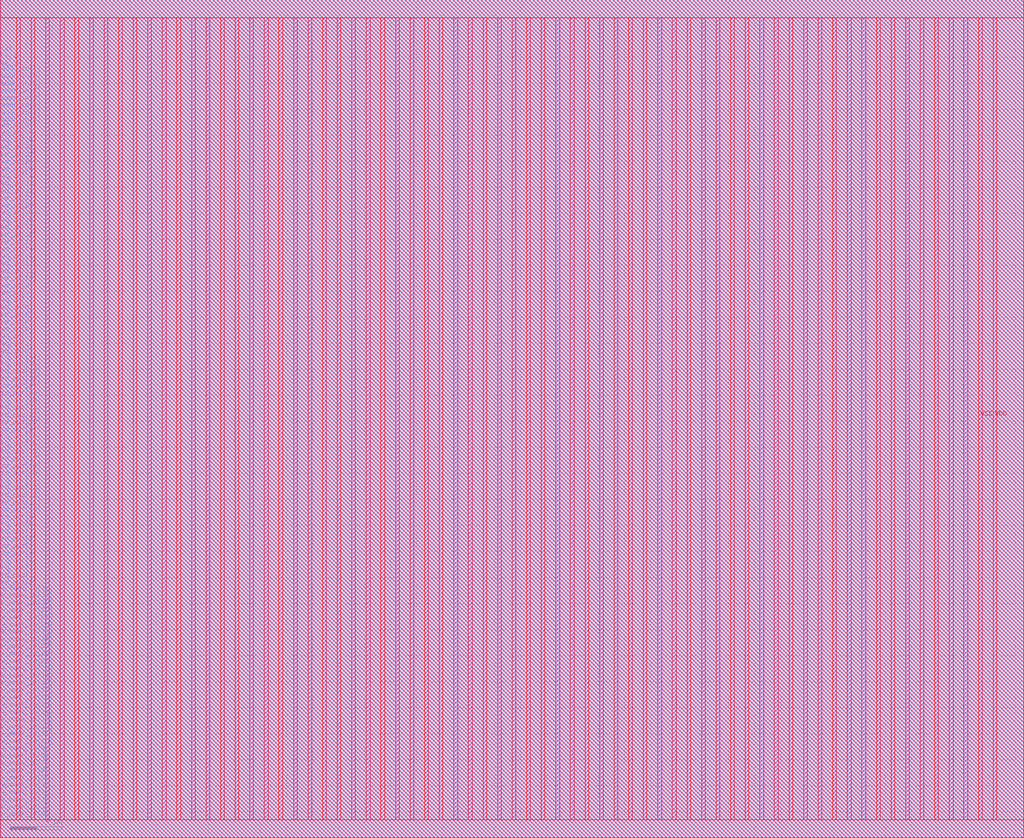
<source format=lef>
VERSION 5.7 ;
BUSBITCHARS "[]" ;
MACRO fakeram45_256x32
  FOREIGN fakeram45_256x32 0 0 ;
  SYMMETRY X Y R90 ;
  SIZE 78.660 BY 64.400 ;
  CLASS BLOCK ;
  PIN w_mask_in[0]
    DIRECTION INPUT ;
    USE SIGNAL ;
    SHAPE ABUTMENT ;
    PORT
      LAYER metal3 ;
      RECT 0.000 1.400 0.070 1.470 ;
    END
  END w_mask_in[0]
  PIN w_mask_in[1]
    DIRECTION INPUT ;
    USE SIGNAL ;
    SHAPE ABUTMENT ;
    PORT
      LAYER metal3 ;
      RECT 0.000 1.960 0.070 2.030 ;
    END
  END w_mask_in[1]
  PIN w_mask_in[2]
    DIRECTION INPUT ;
    USE SIGNAL ;
    SHAPE ABUTMENT ;
    PORT
      LAYER metal3 ;
      RECT 0.000 2.520 0.070 2.590 ;
    END
  END w_mask_in[2]
  PIN w_mask_in[3]
    DIRECTION INPUT ;
    USE SIGNAL ;
    SHAPE ABUTMENT ;
    PORT
      LAYER metal3 ;
      RECT 0.000 3.080 0.070 3.150 ;
    END
  END w_mask_in[3]
  PIN w_mask_in[4]
    DIRECTION INPUT ;
    USE SIGNAL ;
    SHAPE ABUTMENT ;
    PORT
      LAYER metal3 ;
      RECT 0.000 3.640 0.070 3.710 ;
    END
  END w_mask_in[4]
  PIN w_mask_in[5]
    DIRECTION INPUT ;
    USE SIGNAL ;
    SHAPE ABUTMENT ;
    PORT
      LAYER metal3 ;
      RECT 0.000 4.200 0.070 4.270 ;
    END
  END w_mask_in[5]
  PIN w_mask_in[6]
    DIRECTION INPUT ;
    USE SIGNAL ;
    SHAPE ABUTMENT ;
    PORT
      LAYER metal3 ;
      RECT 0.000 4.760 0.070 4.830 ;
    END
  END w_mask_in[6]
  PIN w_mask_in[7]
    DIRECTION INPUT ;
    USE SIGNAL ;
    SHAPE ABUTMENT ;
    PORT
      LAYER metal3 ;
      RECT 0.000 5.320 0.070 5.390 ;
    END
  END w_mask_in[7]
  PIN w_mask_in[8]
    DIRECTION INPUT ;
    USE SIGNAL ;
    SHAPE ABUTMENT ;
    PORT
      LAYER metal3 ;
      RECT 0.000 5.880 0.070 5.950 ;
    END
  END w_mask_in[8]
  PIN w_mask_in[9]
    DIRECTION INPUT ;
    USE SIGNAL ;
    SHAPE ABUTMENT ;
    PORT
      LAYER metal3 ;
      RECT 0.000 6.440 0.070 6.510 ;
    END
  END w_mask_in[9]
  PIN w_mask_in[10]
    DIRECTION INPUT ;
    USE SIGNAL ;
    SHAPE ABUTMENT ;
    PORT
      LAYER metal3 ;
      RECT 0.000 7.000 0.070 7.070 ;
    END
  END w_mask_in[10]
  PIN w_mask_in[11]
    DIRECTION INPUT ;
    USE SIGNAL ;
    SHAPE ABUTMENT ;
    PORT
      LAYER metal3 ;
      RECT 0.000 7.560 0.070 7.630 ;
    END
  END w_mask_in[11]
  PIN w_mask_in[12]
    DIRECTION INPUT ;
    USE SIGNAL ;
    SHAPE ABUTMENT ;
    PORT
      LAYER metal3 ;
      RECT 0.000 8.120 0.070 8.190 ;
    END
  END w_mask_in[12]
  PIN w_mask_in[13]
    DIRECTION INPUT ;
    USE SIGNAL ;
    SHAPE ABUTMENT ;
    PORT
      LAYER metal3 ;
      RECT 0.000 8.680 0.070 8.750 ;
    END
  END w_mask_in[13]
  PIN w_mask_in[14]
    DIRECTION INPUT ;
    USE SIGNAL ;
    SHAPE ABUTMENT ;
    PORT
      LAYER metal3 ;
      RECT 0.000 9.240 0.070 9.310 ;
    END
  END w_mask_in[14]
  PIN w_mask_in[15]
    DIRECTION INPUT ;
    USE SIGNAL ;
    SHAPE ABUTMENT ;
    PORT
      LAYER metal3 ;
      RECT 0.000 9.800 0.070 9.870 ;
    END
  END w_mask_in[15]
  PIN w_mask_in[16]
    DIRECTION INPUT ;
    USE SIGNAL ;
    SHAPE ABUTMENT ;
    PORT
      LAYER metal3 ;
      RECT 0.000 10.360 0.070 10.430 ;
    END
  END w_mask_in[16]
  PIN w_mask_in[17]
    DIRECTION INPUT ;
    USE SIGNAL ;
    SHAPE ABUTMENT ;
    PORT
      LAYER metal3 ;
      RECT 0.000 10.920 0.070 10.990 ;
    END
  END w_mask_in[17]
  PIN w_mask_in[18]
    DIRECTION INPUT ;
    USE SIGNAL ;
    SHAPE ABUTMENT ;
    PORT
      LAYER metal3 ;
      RECT 0.000 11.480 0.070 11.550 ;
    END
  END w_mask_in[18]
  PIN w_mask_in[19]
    DIRECTION INPUT ;
    USE SIGNAL ;
    SHAPE ABUTMENT ;
    PORT
      LAYER metal3 ;
      RECT 0.000 12.040 0.070 12.110 ;
    END
  END w_mask_in[19]
  PIN w_mask_in[20]
    DIRECTION INPUT ;
    USE SIGNAL ;
    SHAPE ABUTMENT ;
    PORT
      LAYER metal3 ;
      RECT 0.000 12.600 0.070 12.670 ;
    END
  END w_mask_in[20]
  PIN w_mask_in[21]
    DIRECTION INPUT ;
    USE SIGNAL ;
    SHAPE ABUTMENT ;
    PORT
      LAYER metal3 ;
      RECT 0.000 13.160 0.070 13.230 ;
    END
  END w_mask_in[21]
  PIN w_mask_in[22]
    DIRECTION INPUT ;
    USE SIGNAL ;
    SHAPE ABUTMENT ;
    PORT
      LAYER metal3 ;
      RECT 0.000 13.720 0.070 13.790 ;
    END
  END w_mask_in[22]
  PIN w_mask_in[23]
    DIRECTION INPUT ;
    USE SIGNAL ;
    SHAPE ABUTMENT ;
    PORT
      LAYER metal3 ;
      RECT 0.000 14.280 0.070 14.350 ;
    END
  END w_mask_in[23]
  PIN w_mask_in[24]
    DIRECTION INPUT ;
    USE SIGNAL ;
    SHAPE ABUTMENT ;
    PORT
      LAYER metal3 ;
      RECT 0.000 14.840 0.070 14.910 ;
    END
  END w_mask_in[24]
  PIN w_mask_in[25]
    DIRECTION INPUT ;
    USE SIGNAL ;
    SHAPE ABUTMENT ;
    PORT
      LAYER metal3 ;
      RECT 0.000 15.400 0.070 15.470 ;
    END
  END w_mask_in[25]
  PIN w_mask_in[26]
    DIRECTION INPUT ;
    USE SIGNAL ;
    SHAPE ABUTMENT ;
    PORT
      LAYER metal3 ;
      RECT 0.000 15.960 0.070 16.030 ;
    END
  END w_mask_in[26]
  PIN w_mask_in[27]
    DIRECTION INPUT ;
    USE SIGNAL ;
    SHAPE ABUTMENT ;
    PORT
      LAYER metal3 ;
      RECT 0.000 16.520 0.070 16.590 ;
    END
  END w_mask_in[27]
  PIN w_mask_in[28]
    DIRECTION INPUT ;
    USE SIGNAL ;
    SHAPE ABUTMENT ;
    PORT
      LAYER metal3 ;
      RECT 0.000 17.080 0.070 17.150 ;
    END
  END w_mask_in[28]
  PIN w_mask_in[29]
    DIRECTION INPUT ;
    USE SIGNAL ;
    SHAPE ABUTMENT ;
    PORT
      LAYER metal3 ;
      RECT 0.000 17.640 0.070 17.710 ;
    END
  END w_mask_in[29]
  PIN w_mask_in[30]
    DIRECTION INPUT ;
    USE SIGNAL ;
    SHAPE ABUTMENT ;
    PORT
      LAYER metal3 ;
      RECT 0.000 18.200 0.070 18.270 ;
    END
  END w_mask_in[30]
  PIN w_mask_in[31]
    DIRECTION INPUT ;
    USE SIGNAL ;
    SHAPE ABUTMENT ;
    PORT
      LAYER metal3 ;
      RECT 0.000 18.760 0.070 18.830 ;
    END
  END w_mask_in[31]
  PIN rd_out[0]
    DIRECTION OUTPUT ;
    USE SIGNAL ;
    SHAPE ABUTMENT ;
    PORT
      LAYER metal3 ;
      RECT 0.000 19.180 0.070 19.250 ;
    END
  END rd_out[0]
  PIN rd_out[1]
    DIRECTION OUTPUT ;
    USE SIGNAL ;
    SHAPE ABUTMENT ;
    PORT
      LAYER metal3 ;
      RECT 0.000 19.740 0.070 19.810 ;
    END
  END rd_out[1]
  PIN rd_out[2]
    DIRECTION OUTPUT ;
    USE SIGNAL ;
    SHAPE ABUTMENT ;
    PORT
      LAYER metal3 ;
      RECT 0.000 20.300 0.070 20.370 ;
    END
  END rd_out[2]
  PIN rd_out[3]
    DIRECTION OUTPUT ;
    USE SIGNAL ;
    SHAPE ABUTMENT ;
    PORT
      LAYER metal3 ;
      RECT 0.000 20.860 0.070 20.930 ;
    END
  END rd_out[3]
  PIN rd_out[4]
    DIRECTION OUTPUT ;
    USE SIGNAL ;
    SHAPE ABUTMENT ;
    PORT
      LAYER metal3 ;
      RECT 0.000 21.420 0.070 21.490 ;
    END
  END rd_out[4]
  PIN rd_out[5]
    DIRECTION OUTPUT ;
    USE SIGNAL ;
    SHAPE ABUTMENT ;
    PORT
      LAYER metal3 ;
      RECT 0.000 21.980 0.070 22.050 ;
    END
  END rd_out[5]
  PIN rd_out[6]
    DIRECTION OUTPUT ;
    USE SIGNAL ;
    SHAPE ABUTMENT ;
    PORT
      LAYER metal3 ;
      RECT 0.000 22.540 0.070 22.610 ;
    END
  END rd_out[6]
  PIN rd_out[7]
    DIRECTION OUTPUT ;
    USE SIGNAL ;
    SHAPE ABUTMENT ;
    PORT
      LAYER metal3 ;
      RECT 0.000 23.100 0.070 23.170 ;
    END
  END rd_out[7]
  PIN rd_out[8]
    DIRECTION OUTPUT ;
    USE SIGNAL ;
    SHAPE ABUTMENT ;
    PORT
      LAYER metal3 ;
      RECT 0.000 23.660 0.070 23.730 ;
    END
  END rd_out[8]
  PIN rd_out[9]
    DIRECTION OUTPUT ;
    USE SIGNAL ;
    SHAPE ABUTMENT ;
    PORT
      LAYER metal3 ;
      RECT 0.000 24.220 0.070 24.290 ;
    END
  END rd_out[9]
  PIN rd_out[10]
    DIRECTION OUTPUT ;
    USE SIGNAL ;
    SHAPE ABUTMENT ;
    PORT
      LAYER metal3 ;
      RECT 0.000 24.780 0.070 24.850 ;
    END
  END rd_out[10]
  PIN rd_out[11]
    DIRECTION OUTPUT ;
    USE SIGNAL ;
    SHAPE ABUTMENT ;
    PORT
      LAYER metal3 ;
      RECT 0.000 25.340 0.070 25.410 ;
    END
  END rd_out[11]
  PIN rd_out[12]
    DIRECTION OUTPUT ;
    USE SIGNAL ;
    SHAPE ABUTMENT ;
    PORT
      LAYER metal3 ;
      RECT 0.000 25.900 0.070 25.970 ;
    END
  END rd_out[12]
  PIN rd_out[13]
    DIRECTION OUTPUT ;
    USE SIGNAL ;
    SHAPE ABUTMENT ;
    PORT
      LAYER metal3 ;
      RECT 0.000 26.460 0.070 26.530 ;
    END
  END rd_out[13]
  PIN rd_out[14]
    DIRECTION OUTPUT ;
    USE SIGNAL ;
    SHAPE ABUTMENT ;
    PORT
      LAYER metal3 ;
      RECT 0.000 27.020 0.070 27.090 ;
    END
  END rd_out[14]
  PIN rd_out[15]
    DIRECTION OUTPUT ;
    USE SIGNAL ;
    SHAPE ABUTMENT ;
    PORT
      LAYER metal3 ;
      RECT 0.000 27.580 0.070 27.650 ;
    END
  END rd_out[15]
  PIN rd_out[16]
    DIRECTION OUTPUT ;
    USE SIGNAL ;
    SHAPE ABUTMENT ;
    PORT
      LAYER metal3 ;
      RECT 0.000 28.140 0.070 28.210 ;
    END
  END rd_out[16]
  PIN rd_out[17]
    DIRECTION OUTPUT ;
    USE SIGNAL ;
    SHAPE ABUTMENT ;
    PORT
      LAYER metal3 ;
      RECT 0.000 28.700 0.070 28.770 ;
    END
  END rd_out[17]
  PIN rd_out[18]
    DIRECTION OUTPUT ;
    USE SIGNAL ;
    SHAPE ABUTMENT ;
    PORT
      LAYER metal3 ;
      RECT 0.000 29.260 0.070 29.330 ;
    END
  END rd_out[18]
  PIN rd_out[19]
    DIRECTION OUTPUT ;
    USE SIGNAL ;
    SHAPE ABUTMENT ;
    PORT
      LAYER metal3 ;
      RECT 0.000 29.820 0.070 29.890 ;
    END
  END rd_out[19]
  PIN rd_out[20]
    DIRECTION OUTPUT ;
    USE SIGNAL ;
    SHAPE ABUTMENT ;
    PORT
      LAYER metal3 ;
      RECT 0.000 30.380 0.070 30.450 ;
    END
  END rd_out[20]
  PIN rd_out[21]
    DIRECTION OUTPUT ;
    USE SIGNAL ;
    SHAPE ABUTMENT ;
    PORT
      LAYER metal3 ;
      RECT 0.000 30.940 0.070 31.010 ;
    END
  END rd_out[21]
  PIN rd_out[22]
    DIRECTION OUTPUT ;
    USE SIGNAL ;
    SHAPE ABUTMENT ;
    PORT
      LAYER metal3 ;
      RECT 0.000 31.500 0.070 31.570 ;
    END
  END rd_out[22]
  PIN rd_out[23]
    DIRECTION OUTPUT ;
    USE SIGNAL ;
    SHAPE ABUTMENT ;
    PORT
      LAYER metal3 ;
      RECT 0.000 32.060 0.070 32.130 ;
    END
  END rd_out[23]
  PIN rd_out[24]
    DIRECTION OUTPUT ;
    USE SIGNAL ;
    SHAPE ABUTMENT ;
    PORT
      LAYER metal3 ;
      RECT 0.000 32.620 0.070 32.690 ;
    END
  END rd_out[24]
  PIN rd_out[25]
    DIRECTION OUTPUT ;
    USE SIGNAL ;
    SHAPE ABUTMENT ;
    PORT
      LAYER metal3 ;
      RECT 0.000 33.180 0.070 33.250 ;
    END
  END rd_out[25]
  PIN rd_out[26]
    DIRECTION OUTPUT ;
    USE SIGNAL ;
    SHAPE ABUTMENT ;
    PORT
      LAYER metal3 ;
      RECT 0.000 33.740 0.070 33.810 ;
    END
  END rd_out[26]
  PIN rd_out[27]
    DIRECTION OUTPUT ;
    USE SIGNAL ;
    SHAPE ABUTMENT ;
    PORT
      LAYER metal3 ;
      RECT 0.000 34.300 0.070 34.370 ;
    END
  END rd_out[27]
  PIN rd_out[28]
    DIRECTION OUTPUT ;
    USE SIGNAL ;
    SHAPE ABUTMENT ;
    PORT
      LAYER metal3 ;
      RECT 0.000 34.860 0.070 34.930 ;
    END
  END rd_out[28]
  PIN rd_out[29]
    DIRECTION OUTPUT ;
    USE SIGNAL ;
    SHAPE ABUTMENT ;
    PORT
      LAYER metal3 ;
      RECT 0.000 35.420 0.070 35.490 ;
    END
  END rd_out[29]
  PIN rd_out[30]
    DIRECTION OUTPUT ;
    USE SIGNAL ;
    SHAPE ABUTMENT ;
    PORT
      LAYER metal3 ;
      RECT 0.000 35.980 0.070 36.050 ;
    END
  END rd_out[30]
  PIN rd_out[31]
    DIRECTION OUTPUT ;
    USE SIGNAL ;
    SHAPE ABUTMENT ;
    PORT
      LAYER metal3 ;
      RECT 0.000 36.540 0.070 36.610 ;
    END
  END rd_out[31]
  PIN wd_in[0]
    DIRECTION INPUT ;
    USE SIGNAL ;
    SHAPE ABUTMENT ;
    PORT
      LAYER metal3 ;
      RECT 0.000 36.960 0.070 37.030 ;
    END
  END wd_in[0]
  PIN wd_in[1]
    DIRECTION INPUT ;
    USE SIGNAL ;
    SHAPE ABUTMENT ;
    PORT
      LAYER metal3 ;
      RECT 0.000 37.520 0.070 37.590 ;
    END
  END wd_in[1]
  PIN wd_in[2]
    DIRECTION INPUT ;
    USE SIGNAL ;
    SHAPE ABUTMENT ;
    PORT
      LAYER metal3 ;
      RECT 0.000 38.080 0.070 38.150 ;
    END
  END wd_in[2]
  PIN wd_in[3]
    DIRECTION INPUT ;
    USE SIGNAL ;
    SHAPE ABUTMENT ;
    PORT
      LAYER metal3 ;
      RECT 0.000 38.640 0.070 38.710 ;
    END
  END wd_in[3]
  PIN wd_in[4]
    DIRECTION INPUT ;
    USE SIGNAL ;
    SHAPE ABUTMENT ;
    PORT
      LAYER metal3 ;
      RECT 0.000 39.200 0.070 39.270 ;
    END
  END wd_in[4]
  PIN wd_in[5]
    DIRECTION INPUT ;
    USE SIGNAL ;
    SHAPE ABUTMENT ;
    PORT
      LAYER metal3 ;
      RECT 0.000 39.760 0.070 39.830 ;
    END
  END wd_in[5]
  PIN wd_in[6]
    DIRECTION INPUT ;
    USE SIGNAL ;
    SHAPE ABUTMENT ;
    PORT
      LAYER metal3 ;
      RECT 0.000 40.320 0.070 40.390 ;
    END
  END wd_in[6]
  PIN wd_in[7]
    DIRECTION INPUT ;
    USE SIGNAL ;
    SHAPE ABUTMENT ;
    PORT
      LAYER metal3 ;
      RECT 0.000 40.880 0.070 40.950 ;
    END
  END wd_in[7]
  PIN wd_in[8]
    DIRECTION INPUT ;
    USE SIGNAL ;
    SHAPE ABUTMENT ;
    PORT
      LAYER metal3 ;
      RECT 0.000 41.440 0.070 41.510 ;
    END
  END wd_in[8]
  PIN wd_in[9]
    DIRECTION INPUT ;
    USE SIGNAL ;
    SHAPE ABUTMENT ;
    PORT
      LAYER metal3 ;
      RECT 0.000 42.000 0.070 42.070 ;
    END
  END wd_in[9]
  PIN wd_in[10]
    DIRECTION INPUT ;
    USE SIGNAL ;
    SHAPE ABUTMENT ;
    PORT
      LAYER metal3 ;
      RECT 0.000 42.560 0.070 42.630 ;
    END
  END wd_in[10]
  PIN wd_in[11]
    DIRECTION INPUT ;
    USE SIGNAL ;
    SHAPE ABUTMENT ;
    PORT
      LAYER metal3 ;
      RECT 0.000 43.120 0.070 43.190 ;
    END
  END wd_in[11]
  PIN wd_in[12]
    DIRECTION INPUT ;
    USE SIGNAL ;
    SHAPE ABUTMENT ;
    PORT
      LAYER metal3 ;
      RECT 0.000 43.680 0.070 43.750 ;
    END
  END wd_in[12]
  PIN wd_in[13]
    DIRECTION INPUT ;
    USE SIGNAL ;
    SHAPE ABUTMENT ;
    PORT
      LAYER metal3 ;
      RECT 0.000 44.240 0.070 44.310 ;
    END
  END wd_in[13]
  PIN wd_in[14]
    DIRECTION INPUT ;
    USE SIGNAL ;
    SHAPE ABUTMENT ;
    PORT
      LAYER metal3 ;
      RECT 0.000 44.800 0.070 44.870 ;
    END
  END wd_in[14]
  PIN wd_in[15]
    DIRECTION INPUT ;
    USE SIGNAL ;
    SHAPE ABUTMENT ;
    PORT
      LAYER metal3 ;
      RECT 0.000 45.360 0.070 45.430 ;
    END
  END wd_in[15]
  PIN wd_in[16]
    DIRECTION INPUT ;
    USE SIGNAL ;
    SHAPE ABUTMENT ;
    PORT
      LAYER metal3 ;
      RECT 0.000 45.920 0.070 45.990 ;
    END
  END wd_in[16]
  PIN wd_in[17]
    DIRECTION INPUT ;
    USE SIGNAL ;
    SHAPE ABUTMENT ;
    PORT
      LAYER metal3 ;
      RECT 0.000 46.480 0.070 46.550 ;
    END
  END wd_in[17]
  PIN wd_in[18]
    DIRECTION INPUT ;
    USE SIGNAL ;
    SHAPE ABUTMENT ;
    PORT
      LAYER metal3 ;
      RECT 0.000 47.040 0.070 47.110 ;
    END
  END wd_in[18]
  PIN wd_in[19]
    DIRECTION INPUT ;
    USE SIGNAL ;
    SHAPE ABUTMENT ;
    PORT
      LAYER metal3 ;
      RECT 0.000 47.600 0.070 47.670 ;
    END
  END wd_in[19]
  PIN wd_in[20]
    DIRECTION INPUT ;
    USE SIGNAL ;
    SHAPE ABUTMENT ;
    PORT
      LAYER metal3 ;
      RECT 0.000 48.160 0.070 48.230 ;
    END
  END wd_in[20]
  PIN wd_in[21]
    DIRECTION INPUT ;
    USE SIGNAL ;
    SHAPE ABUTMENT ;
    PORT
      LAYER metal3 ;
      RECT 0.000 48.720 0.070 48.790 ;
    END
  END wd_in[21]
  PIN wd_in[22]
    DIRECTION INPUT ;
    USE SIGNAL ;
    SHAPE ABUTMENT ;
    PORT
      LAYER metal3 ;
      RECT 0.000 49.280 0.070 49.350 ;
    END
  END wd_in[22]
  PIN wd_in[23]
    DIRECTION INPUT ;
    USE SIGNAL ;
    SHAPE ABUTMENT ;
    PORT
      LAYER metal3 ;
      RECT 0.000 49.840 0.070 49.910 ;
    END
  END wd_in[23]
  PIN wd_in[24]
    DIRECTION INPUT ;
    USE SIGNAL ;
    SHAPE ABUTMENT ;
    PORT
      LAYER metal3 ;
      RECT 0.000 50.400 0.070 50.470 ;
    END
  END wd_in[24]
  PIN wd_in[25]
    DIRECTION INPUT ;
    USE SIGNAL ;
    SHAPE ABUTMENT ;
    PORT
      LAYER metal3 ;
      RECT 0.000 50.960 0.070 51.030 ;
    END
  END wd_in[25]
  PIN wd_in[26]
    DIRECTION INPUT ;
    USE SIGNAL ;
    SHAPE ABUTMENT ;
    PORT
      LAYER metal3 ;
      RECT 0.000 51.520 0.070 51.590 ;
    END
  END wd_in[26]
  PIN wd_in[27]
    DIRECTION INPUT ;
    USE SIGNAL ;
    SHAPE ABUTMENT ;
    PORT
      LAYER metal3 ;
      RECT 0.000 52.080 0.070 52.150 ;
    END
  END wd_in[27]
  PIN wd_in[28]
    DIRECTION INPUT ;
    USE SIGNAL ;
    SHAPE ABUTMENT ;
    PORT
      LAYER metal3 ;
      RECT 0.000 52.640 0.070 52.710 ;
    END
  END wd_in[28]
  PIN wd_in[29]
    DIRECTION INPUT ;
    USE SIGNAL ;
    SHAPE ABUTMENT ;
    PORT
      LAYER metal3 ;
      RECT 0.000 53.200 0.070 53.270 ;
    END
  END wd_in[29]
  PIN wd_in[30]
    DIRECTION INPUT ;
    USE SIGNAL ;
    SHAPE ABUTMENT ;
    PORT
      LAYER metal3 ;
      RECT 0.000 53.760 0.070 53.830 ;
    END
  END wd_in[30]
  PIN wd_in[31]
    DIRECTION INPUT ;
    USE SIGNAL ;
    SHAPE ABUTMENT ;
    PORT
      LAYER metal3 ;
      RECT 0.000 54.320 0.070 54.390 ;
    END
  END wd_in[31]
  PIN addr_in[0]
    DIRECTION INPUT ;
    USE SIGNAL ;
    SHAPE ABUTMENT ;
    PORT
      LAYER metal3 ;
      RECT 0.000 54.740 0.070 54.810 ;
    END
  END addr_in[0]
  PIN addr_in[1]
    DIRECTION INPUT ;
    USE SIGNAL ;
    SHAPE ABUTMENT ;
    PORT
      LAYER metal3 ;
      RECT 0.000 55.300 0.070 55.370 ;
    END
  END addr_in[1]
  PIN addr_in[2]
    DIRECTION INPUT ;
    USE SIGNAL ;
    SHAPE ABUTMENT ;
    PORT
      LAYER metal3 ;
      RECT 0.000 55.860 0.070 55.930 ;
    END
  END addr_in[2]
  PIN addr_in[3]
    DIRECTION INPUT ;
    USE SIGNAL ;
    SHAPE ABUTMENT ;
    PORT
      LAYER metal3 ;
      RECT 0.000 56.420 0.070 56.490 ;
    END
  END addr_in[3]
  PIN addr_in[4]
    DIRECTION INPUT ;
    USE SIGNAL ;
    SHAPE ABUTMENT ;
    PORT
      LAYER metal3 ;
      RECT 0.000 56.980 0.070 57.050 ;
    END
  END addr_in[4]
  PIN addr_in[5]
    DIRECTION INPUT ;
    USE SIGNAL ;
    SHAPE ABUTMENT ;
    PORT
      LAYER metal3 ;
      RECT 0.000 57.540 0.070 57.610 ;
    END
  END addr_in[5]
  PIN addr_in[6]
    DIRECTION INPUT ;
    USE SIGNAL ;
    SHAPE ABUTMENT ;
    PORT
      LAYER metal3 ;
      RECT 0.000 58.100 0.070 58.170 ;
    END
  END addr_in[6]
  PIN addr_in[7]
    DIRECTION INPUT ;
    USE SIGNAL ;
    SHAPE ABUTMENT ;
    PORT
      LAYER metal3 ;
      RECT 0.000 58.660 0.070 58.730 ;
    END
  END addr_in[7]
  PIN we_in
    DIRECTION INPUT ;
    USE SIGNAL ;
    SHAPE ABUTMENT ;
    PORT
      LAYER metal3 ;
      RECT 0.000 59.080 0.070 59.150 ;
    END
  END we_in
  PIN ce_in
    DIRECTION INPUT ;
    USE SIGNAL ;
    SHAPE ABUTMENT ;
    PORT
      LAYER metal3 ;
      RECT 0.000 59.640 0.070 59.710 ;
    END
  END ce_in
  PIN clk
    DIRECTION INPUT ;
    USE SIGNAL ;
    SHAPE ABUTMENT ;
    PORT
      LAYER metal3 ;
      RECT 0.000 60.200 0.070 60.270 ;
    END
  END clk
  PIN VSS
    DIRECTION INOUT ;
    USE GROUND ;
    PORT
      LAYER metal4 ;
      RECT 1.260 1.400 1.540 63.000 ;
      RECT 3.500 1.400 3.780 63.000 ;
      RECT 5.740 1.400 6.020 63.000 ;
      RECT 7.980 1.400 8.260 63.000 ;
      RECT 10.220 1.400 10.500 63.000 ;
      RECT 12.460 1.400 12.740 63.000 ;
      RECT 14.700 1.400 14.980 63.000 ;
      RECT 16.940 1.400 17.220 63.000 ;
      RECT 19.180 1.400 19.460 63.000 ;
      RECT 21.420 1.400 21.700 63.000 ;
      RECT 23.660 1.400 23.940 63.000 ;
      RECT 25.900 1.400 26.180 63.000 ;
      RECT 28.140 1.400 28.420 63.000 ;
      RECT 30.380 1.400 30.660 63.000 ;
      RECT 32.620 1.400 32.900 63.000 ;
      RECT 34.860 1.400 35.140 63.000 ;
      RECT 37.100 1.400 37.380 63.000 ;
      RECT 39.340 1.400 39.620 63.000 ;
      RECT 41.580 1.400 41.860 63.000 ;
      RECT 43.820 1.400 44.100 63.000 ;
      RECT 46.060 1.400 46.340 63.000 ;
      RECT 48.300 1.400 48.580 63.000 ;
      RECT 50.540 1.400 50.820 63.000 ;
      RECT 52.780 1.400 53.060 63.000 ;
      RECT 55.020 1.400 55.300 63.000 ;
      RECT 57.260 1.400 57.540 63.000 ;
      RECT 59.500 1.400 59.780 63.000 ;
      RECT 61.740 1.400 62.020 63.000 ;
      RECT 63.980 1.400 64.260 63.000 ;
      RECT 66.220 1.400 66.500 63.000 ;
      RECT 68.460 1.400 68.740 63.000 ;
      RECT 70.700 1.400 70.980 63.000 ;
      RECT 72.940 1.400 73.220 63.000 ;
      RECT 75.180 1.400 75.460 63.000 ;
    END
  END VSS
  PIN VDD
    DIRECTION INOUT ;
    USE POWER ;
    PORT
      LAYER metal4 ;
      RECT 2.380 1.400 2.660 63.000 ;
      RECT 4.620 1.400 4.900 63.000 ;
      RECT 6.860 1.400 7.140 63.000 ;
      RECT 9.100 1.400 9.380 63.000 ;
      RECT 11.340 1.400 11.620 63.000 ;
      RECT 13.580 1.400 13.860 63.000 ;
      RECT 15.820 1.400 16.100 63.000 ;
      RECT 18.060 1.400 18.340 63.000 ;
      RECT 20.300 1.400 20.580 63.000 ;
      RECT 22.540 1.400 22.820 63.000 ;
      RECT 24.780 1.400 25.060 63.000 ;
      RECT 27.020 1.400 27.300 63.000 ;
      RECT 29.260 1.400 29.540 63.000 ;
      RECT 31.500 1.400 31.780 63.000 ;
      RECT 33.740 1.400 34.020 63.000 ;
      RECT 35.980 1.400 36.260 63.000 ;
      RECT 38.220 1.400 38.500 63.000 ;
      RECT 40.460 1.400 40.740 63.000 ;
      RECT 42.700 1.400 42.980 63.000 ;
      RECT 44.940 1.400 45.220 63.000 ;
      RECT 47.180 1.400 47.460 63.000 ;
      RECT 49.420 1.400 49.700 63.000 ;
      RECT 51.660 1.400 51.940 63.000 ;
      RECT 53.900 1.400 54.180 63.000 ;
      RECT 56.140 1.400 56.420 63.000 ;
      RECT 58.380 1.400 58.660 63.000 ;
      RECT 60.620 1.400 60.900 63.000 ;
      RECT 62.860 1.400 63.140 63.000 ;
      RECT 65.100 1.400 65.380 63.000 ;
      RECT 67.340 1.400 67.620 63.000 ;
      RECT 69.580 1.400 69.860 63.000 ;
      RECT 71.820 1.400 72.100 63.000 ;
      RECT 74.060 1.400 74.340 63.000 ;
      RECT 76.300 1.400 76.580 63.000 ;
    END
  END VDD
  OBS
    LAYER metal1 ;
    RECT 0 0 78.660 64.400 ;
    LAYER metal2 ;
    RECT 0 0 78.660 64.400 ;
    LAYER metal3 ;
    RECT 0.070 0 78.660 64.400 ;
    RECT 0 0.000 0.070 1.365 ;
    RECT 0 1.435 0.070 1.925 ;
    RECT 0 1.995 0.070 2.485 ;
    RECT 0 2.555 0.070 3.045 ;
    RECT 0 3.115 0.070 3.605 ;
    RECT 0 3.675 0.070 4.165 ;
    RECT 0 4.235 0.070 4.725 ;
    RECT 0 4.795 0.070 5.285 ;
    RECT 0 5.355 0.070 5.845 ;
    RECT 0 5.915 0.070 6.405 ;
    RECT 0 6.475 0.070 6.965 ;
    RECT 0 7.035 0.070 7.525 ;
    RECT 0 7.595 0.070 8.085 ;
    RECT 0 8.155 0.070 8.645 ;
    RECT 0 8.715 0.070 9.205 ;
    RECT 0 9.275 0.070 9.765 ;
    RECT 0 9.835 0.070 10.325 ;
    RECT 0 10.395 0.070 10.885 ;
    RECT 0 10.955 0.070 11.445 ;
    RECT 0 11.515 0.070 12.005 ;
    RECT 0 12.075 0.070 12.565 ;
    RECT 0 12.635 0.070 13.125 ;
    RECT 0 13.195 0.070 13.685 ;
    RECT 0 13.755 0.070 14.245 ;
    RECT 0 14.315 0.070 14.805 ;
    RECT 0 14.875 0.070 15.365 ;
    RECT 0 15.435 0.070 15.925 ;
    RECT 0 15.995 0.070 16.485 ;
    RECT 0 16.555 0.070 17.045 ;
    RECT 0 17.115 0.070 17.605 ;
    RECT 0 17.675 0.070 18.165 ;
    RECT 0 18.235 0.070 18.725 ;
    RECT 0 18.795 0.070 19.145 ;
    RECT 0 19.215 0.070 19.705 ;
    RECT 0 19.775 0.070 20.265 ;
    RECT 0 20.335 0.070 20.825 ;
    RECT 0 20.895 0.070 21.385 ;
    RECT 0 21.455 0.070 21.945 ;
    RECT 0 22.015 0.070 22.505 ;
    RECT 0 22.575 0.070 23.065 ;
    RECT 0 23.135 0.070 23.625 ;
    RECT 0 23.695 0.070 24.185 ;
    RECT 0 24.255 0.070 24.745 ;
    RECT 0 24.815 0.070 25.305 ;
    RECT 0 25.375 0.070 25.865 ;
    RECT 0 25.935 0.070 26.425 ;
    RECT 0 26.495 0.070 26.985 ;
    RECT 0 27.055 0.070 27.545 ;
    RECT 0 27.615 0.070 28.105 ;
    RECT 0 28.175 0.070 28.665 ;
    RECT 0 28.735 0.070 29.225 ;
    RECT 0 29.295 0.070 29.785 ;
    RECT 0 29.855 0.070 30.345 ;
    RECT 0 30.415 0.070 30.905 ;
    RECT 0 30.975 0.070 31.465 ;
    RECT 0 31.535 0.070 32.025 ;
    RECT 0 32.095 0.070 32.585 ;
    RECT 0 32.655 0.070 33.145 ;
    RECT 0 33.215 0.070 33.705 ;
    RECT 0 33.775 0.070 34.265 ;
    RECT 0 34.335 0.070 34.825 ;
    RECT 0 34.895 0.070 35.385 ;
    RECT 0 35.455 0.070 35.945 ;
    RECT 0 36.015 0.070 36.505 ;
    RECT 0 36.575 0.070 36.925 ;
    RECT 0 36.995 0.070 37.485 ;
    RECT 0 37.555 0.070 38.045 ;
    RECT 0 38.115 0.070 38.605 ;
    RECT 0 38.675 0.070 39.165 ;
    RECT 0 39.235 0.070 39.725 ;
    RECT 0 39.795 0.070 40.285 ;
    RECT 0 40.355 0.070 40.845 ;
    RECT 0 40.915 0.070 41.405 ;
    RECT 0 41.475 0.070 41.965 ;
    RECT 0 42.035 0.070 42.525 ;
    RECT 0 42.595 0.070 43.085 ;
    RECT 0 43.155 0.070 43.645 ;
    RECT 0 43.715 0.070 44.205 ;
    RECT 0 44.275 0.070 44.765 ;
    RECT 0 44.835 0.070 45.325 ;
    RECT 0 45.395 0.070 45.885 ;
    RECT 0 45.955 0.070 46.445 ;
    RECT 0 46.515 0.070 47.005 ;
    RECT 0 47.075 0.070 47.565 ;
    RECT 0 47.635 0.070 48.125 ;
    RECT 0 48.195 0.070 48.685 ;
    RECT 0 48.755 0.070 49.245 ;
    RECT 0 49.315 0.070 49.805 ;
    RECT 0 49.875 0.070 50.365 ;
    RECT 0 50.435 0.070 50.925 ;
    RECT 0 50.995 0.070 51.485 ;
    RECT 0 51.555 0.070 52.045 ;
    RECT 0 52.115 0.070 52.605 ;
    RECT 0 52.675 0.070 53.165 ;
    RECT 0 53.235 0.070 53.725 ;
    RECT 0 53.795 0.070 54.285 ;
    RECT 0 54.355 0.070 54.705 ;
    RECT 0 54.775 0.070 55.265 ;
    RECT 0 55.335 0.070 55.825 ;
    RECT 0 55.895 0.070 56.385 ;
    RECT 0 56.455 0.070 56.945 ;
    RECT 0 57.015 0.070 57.505 ;
    RECT 0 57.575 0.070 58.065 ;
    RECT 0 58.135 0.070 58.625 ;
    RECT 0 58.695 0.070 59.045 ;
    RECT 0 59.115 0.070 59.605 ;
    RECT 0 59.675 0.070 60.165 ;
    RECT 0 60.235 0.070 64.400 ;
    LAYER metal4 ;
    RECT 0 0 78.660 1.400 ;
    RECT 0 63.000 78.660 64.400 ;
    RECT 0.000 1.400 1.260 63.000 ;
    RECT 1.540 1.400 2.380 63.000 ;
    RECT 2.660 1.400 3.500 63.000 ;
    RECT 3.780 1.400 4.620 63.000 ;
    RECT 4.900 1.400 5.740 63.000 ;
    RECT 6.020 1.400 6.860 63.000 ;
    RECT 7.140 1.400 7.980 63.000 ;
    RECT 8.260 1.400 9.100 63.000 ;
    RECT 9.380 1.400 10.220 63.000 ;
    RECT 10.500 1.400 11.340 63.000 ;
    RECT 11.620 1.400 12.460 63.000 ;
    RECT 12.740 1.400 13.580 63.000 ;
    RECT 13.860 1.400 14.700 63.000 ;
    RECT 14.980 1.400 15.820 63.000 ;
    RECT 16.100 1.400 16.940 63.000 ;
    RECT 17.220 1.400 18.060 63.000 ;
    RECT 18.340 1.400 19.180 63.000 ;
    RECT 19.460 1.400 20.300 63.000 ;
    RECT 20.580 1.400 21.420 63.000 ;
    RECT 21.700 1.400 22.540 63.000 ;
    RECT 22.820 1.400 23.660 63.000 ;
    RECT 23.940 1.400 24.780 63.000 ;
    RECT 25.060 1.400 25.900 63.000 ;
    RECT 26.180 1.400 27.020 63.000 ;
    RECT 27.300 1.400 28.140 63.000 ;
    RECT 28.420 1.400 29.260 63.000 ;
    RECT 29.540 1.400 30.380 63.000 ;
    RECT 30.660 1.400 31.500 63.000 ;
    RECT 31.780 1.400 32.620 63.000 ;
    RECT 32.900 1.400 33.740 63.000 ;
    RECT 34.020 1.400 34.860 63.000 ;
    RECT 35.140 1.400 35.980 63.000 ;
    RECT 36.260 1.400 37.100 63.000 ;
    RECT 37.380 1.400 38.220 63.000 ;
    RECT 38.500 1.400 39.340 63.000 ;
    RECT 39.620 1.400 40.460 63.000 ;
    RECT 40.740 1.400 41.580 63.000 ;
    RECT 41.860 1.400 42.700 63.000 ;
    RECT 42.980 1.400 43.820 63.000 ;
    RECT 44.100 1.400 44.940 63.000 ;
    RECT 45.220 1.400 46.060 63.000 ;
    RECT 46.340 1.400 47.180 63.000 ;
    RECT 47.460 1.400 48.300 63.000 ;
    RECT 48.580 1.400 49.420 63.000 ;
    RECT 49.700 1.400 50.540 63.000 ;
    RECT 50.820 1.400 51.660 63.000 ;
    RECT 51.940 1.400 52.780 63.000 ;
    RECT 53.060 1.400 53.900 63.000 ;
    RECT 54.180 1.400 55.020 63.000 ;
    RECT 55.300 1.400 56.140 63.000 ;
    RECT 56.420 1.400 57.260 63.000 ;
    RECT 57.540 1.400 58.380 63.000 ;
    RECT 58.660 1.400 59.500 63.000 ;
    RECT 59.780 1.400 60.620 63.000 ;
    RECT 60.900 1.400 61.740 63.000 ;
    RECT 62.020 1.400 62.860 63.000 ;
    RECT 63.140 1.400 63.980 63.000 ;
    RECT 64.260 1.400 65.100 63.000 ;
    RECT 65.380 1.400 66.220 63.000 ;
    RECT 66.500 1.400 67.340 63.000 ;
    RECT 67.620 1.400 68.460 63.000 ;
    RECT 68.740 1.400 69.580 63.000 ;
    RECT 69.860 1.400 70.700 63.000 ;
    RECT 70.980 1.400 71.820 63.000 ;
    RECT 72.100 1.400 72.940 63.000 ;
    RECT 73.220 1.400 74.060 63.000 ;
    RECT 74.340 1.400 75.180 63.000 ;
    RECT 75.460 1.400 76.300 63.000 ;
    RECT 76.580 1.400 78.660 63.000 ;
    LAYER OVERLAP ;
    RECT 0 0 78.660 64.400 ;
  END
END fakeram45_256x32

END LIBRARY

</source>
